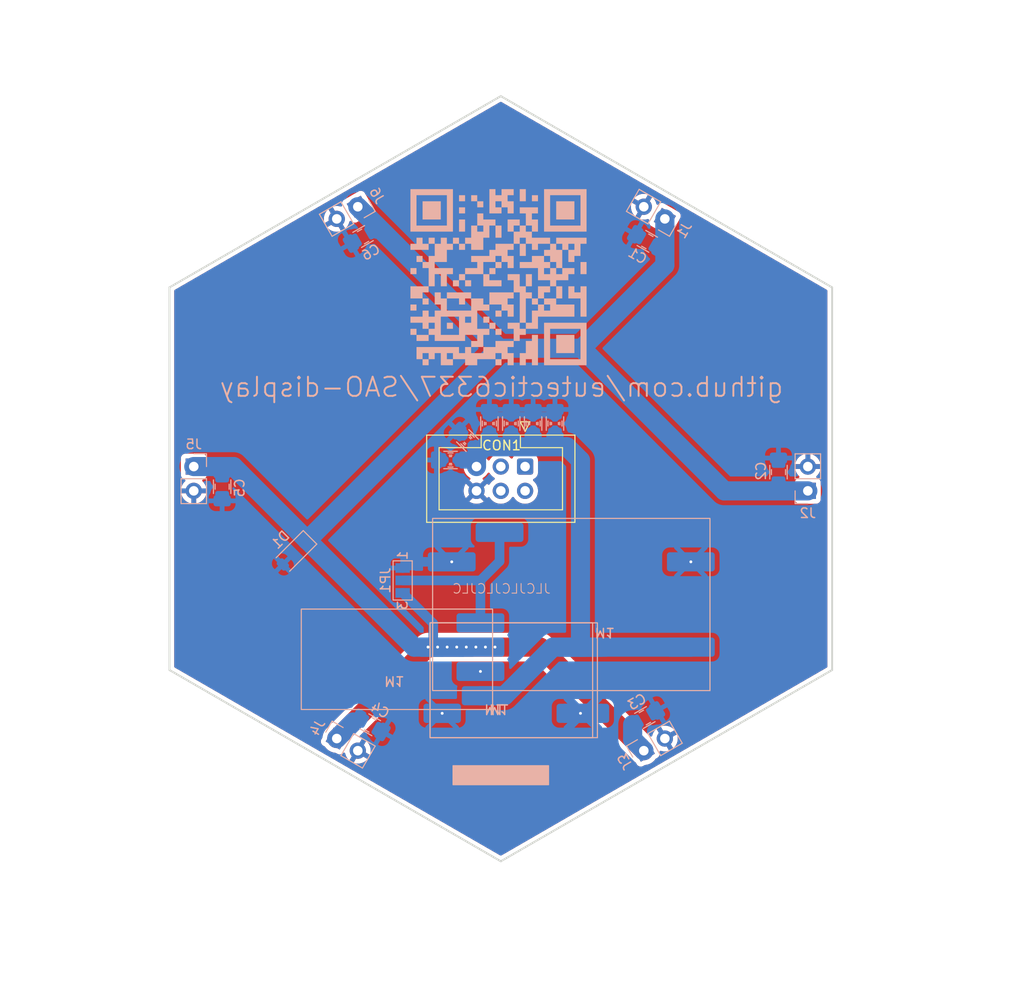
<source format=kicad_pcb>
(kicad_pcb (version 20241229) (generator "pcbnew") (generator_version "9.0")
  (layers (0 "F.Cu" signal) (2 "B.Cu" signal) (13 "F.Paste" user) (15 "B.Paste" user) (5 "F.SilkS" user "F.Silkscreen") (7 "B.SilkS" user "B.Silkscreen") (1 "F.Mask" user) (3 "B.Mask" user) (25 "Edge.Cuts" user))
  (net 0 "")
  (net 1 "GND")
  (net 2 "Vin")
  (net 3 "Vout")
  (net 4 "enable")
  (footprint "Connector_IDC:IDC-Header_2x03_P2.54mm_Vertical" (layer "F.Cu") (at 102.54 98.73 -90)
    (property "Reference" "CON1")
    (property "Value" "SAO v1.69bis badge")
  )
  (footprint "Capacitor_SMD:C_0402_1005Metric_Pad0.74x0.62mm_HandSolder" (layer "B.Cu") (at 101.092 94.234 90)
    (property "Reference" "C14" (hide yes))
    (property "Value" "10+uF")
  )
  (footprint "Capacitor_SMD:C_0603_1608Metric" (layer "B.Cu") (at 96.52 96.012 135)
    (property "Reference" "C11_0603" (hide yes))
    (property "Value" "C_0603_1608Metric" (hide yes))
  )
  (footprint "Capacitor_SMD:C_1206_3216Metric" (layer "B.Cu") (at 129.032 99.314 90)
    (property "Reference" "C1_1206" (hide yes))
    (property "Value" "C_1206_3216Metric" (hide yes))
  )
  (footprint "Capacitor_SMD:C_1206_3216Metric" (layer "B.Cu") (at 105.664 94.234 90)
    (property "Reference" "C11_1206" (hide yes))
    (property "Value" "C_1206_3216Metric" (hide yes))
  )
  (footprint "Capacitor_SMD:C_1206_3216Metric" (layer "B.Cu") (at 115.062 124.968 30)
    (property "Reference" "C1_1206" (hide yes))
    (property "Value" "C_1206_3216Metric" (hide yes))
  )
  (footprint "Capacitor_SMD:C_1206_3216Metric" (layer "B.Cu") (at 98.806 94.234 90)
    (property "Reference" "C11_1206" (hide yes))
    (property "Value" "C_1206_3216Metric" (hide yes))
  )
  (footprint "Capacitor_SMD:C_0805_2012Metric_Pad1.18x1.45mm_HandSolder" (layer "B.Cu") (at 85.598 74.676 -150)
    (property "Reference" "C6")
    (property "Value" "22+uF 50+V")
  )
  (footprint "Capacitor_SMD:C_0805_2012Metric" (layer "B.Cu") (at 105.664 94.234 90)
    (property "Reference" "C11_0805" (hide yes))
    (property "Value" "C_0805_2012Metric" (hide yes))
  )
  (footprint "Capacitor_SMD:C_0603_1608Metric" (layer "B.Cu") (at 101.092 94.234 90)
    (property "Reference" "C11_0603" (hide yes))
    (property "Value" "C_0603_1608Metric" (hide yes))
  )
  (footprint "Capacitor_SMD:C_1206_3216Metric" (layer "B.Cu") (at 85.598 74.676 -150)
    (property "Reference" "C1_1206" (hide yes))
    (property "Value" "C_1206_3216Metric" (hide yes))
  )
  (footprint "Capacitor_SMD:C_0603_1608Metric" (layer "B.Cu") (at 98.806 94.234 90)
    (property "Reference" "C11_0603" (hide yes))
    (property "Value" "C_0603_1608Metric" (hide yes))
  )
  (footprint "Capacitor_SMD:C_0805_2012Metric_Pad1.18x1.45mm_HandSolder" (layer "B.Cu") (at 70.866 100.838 -90)
    (property "Reference" "C5")
    (property "Value" "22+uF 50+V")
  )
  (footprint "Capacitor_SMD:C_0805_2012Metric" (layer "B.Cu") (at 98.806 94.234 90)
    (property "Reference" "C11_0805" (hide yes))
    (property "Value" "C_0805_2012Metric" (hide yes))
  )
  (footprint "Capacitor_SMD:C_1206_3216Metric" (layer "B.Cu") (at 86.36 125.73 -30)
    (property "Reference" "C1_1206" (hide yes))
    (property "Value" "C_1206_3216Metric" (hide yes))
  )
  (footprint "Capacitor_SMD:C_0805_2012Metric_Pad1.18x1.45mm_HandSolder" (layer "B.Cu") (at 86.36 125.73 -30)
    (property "Reference" "C4")
    (property "Value" "22+uF 50+V")
  )
  (footprint "Capacitor_SMD:C_1206_3216Metric" (layer "B.Cu") (at 103.378 94.234 90)
    (property "Reference" "C11_1206" (hide yes))
    (property "Value" "C_1206_3216Metric" (hide yes))
  )
  (footprint "Capacitor_SMD:C_1206_3216Metric" (layer "B.Cu") (at 70.866 100.838 -90)
    (property "Reference" "C1_1206" (hide yes))
    (property "Value" "C_1206_3216Metric" (hide yes))
  )
  (footprint "Capacitor_SMD:C_0402_1005Metric_Pad0.74x0.62mm_HandSolder" (layer "B.Cu") (at 96.52 96.012 135)
    (property "Reference" "C12" (hide yes))
    (property "Value" "10+uF")
  )
  (footprint "Capacitor_SMD:C_0402_1005Metric_Pad0.74x0.62mm_HandSolder" (layer "B.Cu") (at 105.664 94.234 90)
    (property "Reference" "C16" (hide yes))
    (property "Value" "10+uF")
  )
  (footprint "Capacitor_SMD:C_0805_2012Metric_Pad1.18x1.45mm_HandSolder" (layer "B.Cu") (at 115.062 124.968 30)
    (property "Reference" "C3")
    (property "Value" "22+uF 50+V")
  )
  (footprint "Capacitor_SMD:C_0603_1608Metric" (layer "B.Cu") (at 105.664 94.234 90)
    (property "Reference" "C11_0603" (hide yes))
    (property "Value" "C_0603_1608Metric" (hide yes))
  )
  (footprint "extra:AliExpress 3256806122258440" (layer "B.Cu") (at 93.870001 117.610002)
    (property "Reference" "M1")
    (property "Value" "AliExpress 3256806122258440")
  )
  (footprint "Connector_PinHeader_2.54mm:PinHeader_1x02_P2.54mm_Vertical" (layer "B.Cu") (at 132.101016 101.27)
    (property "Reference" "J2")
    (property "Value" "Conn_01x02")
  )
  (footprint "Jumper:SolderJumper-3_P1.3mm_Open_Pad1.0x1.5mm_NumberLabels" (layer "B.Cu") (at 89.738584 110.63553 -90)
    (property "Reference" "JP1")
    (property "Value" "SolderJumper_3_Open")
  )
  (footprint "Capacitor_SMD:C_0402_1005Metric_Pad0.74x0.62mm_HandSolder" (layer "B.Cu") (at 103.378 94.234 90)
    (property "Reference" "C15" (hide yes))
    (property "Value" "10+uF")
  )
  (footprint "extra:AliExpress 3256807183204284" (layer "B.Cu") (at 97.87 117.610002)
    (property "Reference" "M1")
    (property "Value" "AliExpress 3256807183204284")
  )
  (footprint "Capacitor_SMD:C_0603_1608Metric" (layer "B.Cu") (at 103.378 94.234 90)
    (property "Reference" "C11_0603" (hide yes))
    (property "Value" "C_0603_1608Metric" (hide yes))
  )
  (footprint "Capacitor_SMD:C_0603_1608Metric" (layer "B.Cu") (at 94.742 98.044 180)
    (property "Reference" "C11_0603" (hide yes))
    (property "Value" "C_0603_1608Metric" (hide yes))
  )
  (footprint "Connector_PinHeader_2.54mm:PinHeader_1x02_P2.54mm_Vertical" (layer "B.Cu") (at 114.950655 128.435294 -60)
    (property "Reference" "J3")
    (property "Value" "Conn_01x02")
  )
  (footprint "Connector_PinHeader_2.54mm:PinHeader_1x02_P2.54mm_Vertical" (layer "B.Cu") (at 82.849641 127.165294 -120)
    (property "Reference" "J4")
    (property "Value" "Conn_01x02")
  )
  (footprint "Capacitor_SMD:C_0805_2012Metric" (layer "B.Cu") (at 101.092 94.234 90)
    (property "Reference" "C11_0805" (hide yes))
    (property "Value" "C_0805_2012Metric" (hide yes))
  )
  (footprint "extra:AliExpress 3256806041034057" (layer "B.Cu") (at 93.870001 117.610002)
    (property "Reference" "M1")
    (property "Value" "AliExpress 3256806041034057")
  )
  (footprint "Capacitor_SMD:C_0402_1005Metric_Pad0.74x0.62mm_HandSolder" (layer "B.Cu") (at 94.742 98.044 180)
    (property "Reference" "C11" (hide yes))
    (property "Value" "10+uF")
  )
  (footprint "extra:AliExpress 3256801443409123 Mini560" (layer "B.Cu") (at 94.87 117.61)
    (property "Reference" "M1")
    (property "Value" "AliExpress 3256801443409123 Mini560")
  )
  (footprint "Connector_PinHeader_2.54mm:PinHeader_1x02_P2.54mm_Vertical" (layer "B.Cu") (at 117.15036 72.834706 60)
    (property "Reference" "J1")
    (property "Value" "Conn_01x02")
  )
  (footprint "Capacitor_SMD:C_0805_2012Metric" (layer "B.Cu") (at 94.742 98.044 180)
    (property "Reference" "C11_0805" (hide yes))
    (property "Value" "C_0805_2012Metric" (hide yes))
  )
  (footprint "Capacitor_SMD:C_1206_3216Metric" (layer "B.Cu") (at 115.316 75.184 150)
    (property "Reference" "C1_1206" (hide yes))
    (property "Value" "C_1206_3216Metric" (hide yes))
  )
  (footprint "Capacitor_SMD:C_0805_2012Metric" (layer "B.Cu") (at 96.52 96.012 135)
    (property "Reference" "C11_0805" (hide yes))
    (property "Value" "C_0805_2012Metric" (hide yes))
  )
  (footprint "Capacitor_SMD:C_0402_1005Metric_Pad0.74x0.62mm_HandSolder" (layer "B.Cu") (at 98.806 94.234 90)
    (property "Reference" "C13" (hide yes))
    (property "Value" "10+uF")
  )
  (footprint "Capacitor_SMD:C_1206_3216Metric" (layer "B.Cu") (at 96.52 96.012 135)
    (property "Reference" "C11_1206" (hide yes))
    (property "Value" "C_1206_3216Metric" (hide yes))
  )
  (footprint "Capacitor_SMD:C_0805_2012Metric_Pad1.18x1.45mm_HandSolder" (layer "B.Cu") (at 129.032 99.314 90)
    (property "Reference" "C2")
    (property "Value" "22+uF 50+V")
  )
  (footprint "Connector_PinHeader_2.54mm:PinHeader_1x02_P2.54mm_Vertical" (layer "B.Cu") (at 85.049346 71.564706 120)
    (property "Reference" "J6")
    (property "Value" "Conn_01x02")
  )
  (footprint "Connector_PinHeader_2.54mm:PinHeader_1x02_P2.54mm_Vertical" (layer "B.Cu") (at 67.898984 98.73 180)
    (property "Reference" "J5")
    (property "Value" "Conn_01x02")
  )
  (footprint "Capacitor_SMD:C_1206_3216Metric" (layer "B.Cu") (at 101.092 94.234 90)
    (property "Reference" "C11_1206" (hide yes))
    (property "Value" "C_1206_3216Metric" (hide yes))
  )
  (footprint "Diode_SMD:D_SOD-123" (layer "B.Cu") (at 78.382726 107.799274 -135)
    (property "Reference" "D1")
    (property "Value" "20V")
  )
  (footprint "Capacitor_SMD:C_1206_3216Metric" (layer "B.Cu") (at 94.742 98.044 180)
    (property "Reference" "C11_1206" (hide yes))
    (property "Value" "C_1206_3216Metric" (hide yes))
  )
  (footprint "Capacitor_SMD:C_0805_2012Metric_Pad1.18x1.45mm_HandSolder" (layer "B.Cu") (at 115.316 75.184 150)
    (property "Reference" "C1")
    (property "Value" "22+uF 25+V")
  )
  (footprint "Capacitor_SMD:C_0805_2012Metric" (layer "B.Cu") (at 103.378 94.234 90)
    (property "Reference" "C11_0805" (hide yes))
    (property "Value" "C_0805_2012Metric" (hide yes))
  )
  (gr_poly (pts (xy 103.250999 85.597999) (xy 102.615999 85.597999) (xy 102.615999 86.232999) (xy 102.615999 86.867999) (xy 101.981 86.867999) (xy 101.981 87.502999) (xy 101.981 88.137999) (xy 102.615999 88.137999) (xy 102.615999 87.502999) (xy 103.250999 87.502999) (xy 103.250999 88.137999) (xy 103.885999 88.137999) (xy 103.885999 87.502999) (xy 103.885999 86.867999) (xy 103.885999 86.232999) (xy 103.885999 85.597999) (xy 103.885999 84.962999) (xy 103.250999 84.962999)) (stroke (width -0.000001)) (fill yes) (layer "B.SilkS"))
  (gr_poly (pts (xy 108.330999 80.518) (xy 107.695999 80.518) (xy 107.695999 79.882999) (xy 107.060999 79.882999) (xy 107.060999 80.518) (xy 107.060999 81.152999) (xy 107.695999 81.152999) (xy 108.330999 81.152999) (xy 108.330999 81.788) (xy 108.330999 82.422999) (xy 108.330999 83.058) (xy 108.965999 83.058) (xy 108.965999 82.422999) (xy 108.965999 81.788) (xy 108.965999 81.152999) (xy 108.965999 80.518) (xy 108.965999 79.882999) (xy 108.330999 79.882999)) (stroke (width -0.000001)) (fill yes) (layer "B.SilkS"))
  (gr_poly (pts (xy 91.821 71.628) (xy 91.821 72.263) (xy 91.821 72.898) (xy 92.456 72.898) (xy 93.091 72.898) (xy 93.726 72.898) (xy 93.726 72.263) (xy 93.726 71.628) (xy 93.726 70.993) (xy 93.091 70.993) (xy 92.456 70.993) (xy 91.821 70.993)) (stroke (width -0.000001)) (fill yes) (layer "B.SilkS"))
  (gr_poly (pts (xy 103.250999 70.993) (xy 103.885999 70.993) (xy 103.885999 70.358) (xy 103.250999 70.358)) (stroke (width -0.000001)) (fill yes) (layer "B.SilkS"))
  (gr_poly (pts (xy 99.441 84.962999) (xy 100.076 84.962999) (xy 100.076 84.327999) (xy 99.441 84.327999)) (stroke (width -0.000001)) (fill yes) (layer "B.SilkS"))
  (gr_poly (pts (xy 91.186 75.438) (xy 90.551 75.438) (xy 90.551 76.073) (xy 91.186 76.073) (xy 91.821 76.073) (xy 92.456 76.073) (xy 92.456 75.438) (xy 91.821 75.438) (xy 91.821 74.803) (xy 91.186 74.803)) (stroke (width -0.000001)) (fill yes) (layer "B.SilkS"))
  (gr_poly (pts (xy 98.806 84.327999) (xy 99.441 84.327999) (xy 99.441 83.692999) (xy 98.806 83.692999)) (stroke (width -0.000001)) (fill yes) (layer "B.SilkS"))
  (gr_poly (pts (xy 94.996 79.882999) (xy 95.630999 79.882999) (xy 95.630999 79.247999) (xy 94.996 79.247999)) (stroke (width -0.000001)) (fill yes) (layer "B.SilkS"))
  (gr_poly (pts (xy 96.900999 70.993) (xy 97.536 70.993) (xy 97.536 70.358) (xy 96.900999 70.358)) (stroke (width -0.000001)) (fill yes) (layer "B.SilkS"))
  (gr_poly (pts (xy 90.551 84.962999) (xy 91.186 84.962999) (xy 91.186 84.327999) (xy 90.551 84.327999)) (stroke (width -0.000001)) (fill yes) (layer "B.SilkS"))
  (gr_poly (pts (xy 94.361 81.152999) (xy 94.996 81.152999) (xy 95.630999 81.152999) (xy 95.630999 81.788) (xy 96.266 81.788) (xy 96.266 81.152999) (xy 96.900999 81.152999) (xy 96.900999 80.518) (xy 96.266 80.518) (xy 95.630999 80.518) (xy 94.996 80.518) (xy 94.361 80.518)) (stroke (width -0.000001)) (fill yes) (layer "B.SilkS"))
  (gr_poly (pts (xy 98.170999 79.247999) (xy 98.170999 79.882999) (xy 98.806 79.882999) (xy 99.441 79.882999) (xy 100.076 79.882999) (xy 100.076 79.247999) (xy 99.441 79.247999) (xy 98.806 79.247999) (xy 98.806 78.612999) (xy 98.170999 78.612999)) (stroke (width -0.000001)) (fill yes) (layer "B.SilkS"))
  (gr_poly (pts (xy 95.630999 76.073) (xy 96.266 76.073) (xy 96.266 75.438) (xy 95.630999 75.438)) (stroke (width -0.000001)) (fill yes) (layer "B.SilkS"))
  (gr_poly (pts (xy 91.186 85.597999) (xy 91.821 85.597999) (xy 92.456 85.597999) (xy 92.456 84.962999) (xy 91.821 84.962999) (xy 91.186 84.962999)) (stroke (width -0.000001)) (fill yes) (layer "B.SilkS"))
  (gr_poly (pts (xy 103.885999 80.518) (xy 103.885999 81.152999) (xy 104.520999 81.152999) (xy 104.520999 80.518) (xy 105.155999 80.518) (xy 105.155999 79.882999) (xy 104.520999 79.882999) (xy 103.885999 79.882999)) (stroke (width -0.000001)) (fill yes) (layer "B.SilkS"))
  (gr_poly (pts (xy 96.266 79.882999) (xy 96.900999 79.882999) (xy 96.900999 79.247999) (xy 96.266 79.247999)) (stroke (width -0.000001)) (fill yes) (layer "B.SilkS"))
  (gr_poly (pts (xy 93.091 81.152999) (xy 93.091 81.788) (xy 93.726 81.788) (xy 93.726 82.422999) (xy 93.091 82.422999) (xy 93.091 83.058) (xy 92.456 83.058) (xy 92.456 82.422999) (xy 91.821 82.422999) (xy 91.821 83.058) (xy 91.186 83.058) (xy 90.551 83.058) (xy 90.551 83.692999) (xy 91.186 83.692999) (xy 91.821 83.692999) (xy 91.821 84.327999) (xy 92.456 84.327999) (xy 92.456 83.692999) (xy 93.091 83.692999) (xy 93.091 84.327999) (xy 92.456 84.327999) (xy 92.456 84.962999) (xy 93.091 84.962999) (xy 93.091 85.597999) (xy 93.726 85.597999) (xy 94.361 85.597999) (xy 94.996 85.597999) (xy 95.630999 85.597999) (xy 96.266 85.597999) (xy 96.266 84.962999) (xy 96.900999 84.962999) (xy 97.536 84.962999) (xy 97.536 85.597999) (xy 96.900999 85.597999) (xy 96.900999 86.232999) (xy 97.536 86.232999) (xy 98.170999 86.232999) (xy 98.170999 85.597999) (xy 98.170999 84.962999) (xy 98.806 84.962999) (xy 98.806 84.327999) (xy 98.170999 84.327999) (xy 97.536 84.327999) (xy 97.536 83.692999) (xy 96.900999 83.692999) (xy 96.266 83.692999) (xy 95.630999 83.692999) (xy 95.630999 84.327999) (xy 95.630999 84.962999) (xy 94.996 84.962999) (xy 94.361 84.962999) (xy 93.726 84.962999) (xy 93.726 84.327999) (xy 93.726 83.692999) (xy 93.726 83.058) (xy 94.361 83.058) (xy 94.996 83.058) (xy 95.630999 83.058) (xy 95.630999 83.692999) (xy 96.266 83.692999) (xy 96.266 83.058) (xy 96.900999 83.058) (xy 96.900999 83.692999) (xy 97.536 83.692999) (xy 97.536 83.058) (xy 97.536 82.422999) (xy 98.170999 82.422999) (xy 98.806 82.422999) (xy 98.806 81.788) (xy 98.170999 81.788) (xy 98.170999 81.152999) (xy 97.536 81.152999) (xy 96.900999 81.152999) (xy 96.900999 81.788) (xy 96.900999 82.422999) (xy 96.266 82.422999) (xy 95.630999 82.422999) (xy 94.996 82.422999) (xy 94.361 82.422999) (xy 94.361 81.788) (xy 94.361 81.152999) (xy 93.726 81.152999) (xy 93.726 80.518) (xy 93.091 80.518)) (stroke (width -0.000001)) (fill yes) (layer "B.SilkS"))
  (gr_poly (pts (xy 100.711 84.327999) (xy 101.346 84.327999) (xy 101.346 84.962999) (xy 101.346 85.597999) (xy 101.981 85.597999) (xy 101.981 84.962999) (xy 102.615999 84.962999) (xy 102.615999 84.327999) (xy 101.981 84.327999) (xy 101.981 83.692999) (xy 101.346 83.692999) (xy 100.711 83.692999)) (stroke (width -0.000001)) (fill yes) (layer "B.SilkS"))
  (gr_poly (pts (xy 95.630999 73.533) (xy 95.630999 74.168) (xy 96.266 74.168) (xy 96.266 73.533) (xy 96.266 72.898) (xy 95.630999 72.898)) (stroke (width -0.000001)) (fill yes) (layer "B.SilkS"))
  (gr_poly (pts (xy 91.821 81.788) (xy 92.456 81.788) (xy 92.456 81.152999) (xy 91.821 81.152999)) (stroke (width -0.000001)) (fill yes) (layer "B.SilkS"))
  (gr_poly (pts (xy 90.551 82.422999) (xy 91.186 82.422999) (xy 91.186 81.788) (xy 90.551 81.788)) (stroke (width -0.000001)) (fill yes) (layer "B.SilkS"))
  (gr_poly (pts (xy 90.551 70.358) (xy 90.551 70.993) (xy 90.551 71.628) (xy 90.551 72.263) (xy 90.551 72.898) (xy 90.551 73.533) (xy 90.551 74.168) (xy 91.186 74.168) (xy 91.821 74.168) (xy 92.456 74.168) (xy 93.091 74.168) (xy 93.726 74.168) (xy 94.361 74.168) (xy 94.996 74.168) (xy 94.996 73.533) (xy 94.996 72.898) (xy 94.996 72.263) (xy 94.996 71.628) (xy 94.996 70.993) (xy 94.361 70.993) (xy 94.361 71.628) (xy 94.361 72.263) (xy 94.361 72.898) (xy 94.361 73.533) (xy 93.726 73.533) (xy 93.091 73.533) (xy 92.456 73.533) (xy 91.821 73.533) (xy 91.186 73.533) (xy 91.186 72.898) (xy 91.186 72.263) (xy 91.186 71.628) (xy 91.186 70.993) (xy 91.186 70.358) (xy 91.821 70.358) (xy 92.456 70.358) (xy 93.091 70.358) (xy 93.726 70.358) (xy 94.361 70.358) (xy 94.361 70.993) (xy 94.996 70.993) (xy 94.996 70.358) (xy 94.996 69.723) (xy 94.361 69.723) (xy 93.726 69.723) (xy 93.091 69.723) (xy 92.456 69.723) (xy 91.821 69.723) (xy 91.186 69.723) (xy 90.551 69.723)) (stroke (width -0.000001)) (fill yes) (layer "B.SilkS"))
  (gr_poly (pts (xy 93.726 75.438) (xy 93.091 75.438) (xy 93.091 76.073) (xy 93.091 76.707999) (xy 92.456 76.707999) (xy 92.456 77.342999) (xy 91.821 77.342999) (xy 91.821 77.977999) (xy 92.456 77.977999) (xy 92.456 78.612999) (xy 92.456 79.247999) (xy 92.456 79.882999) (xy 93.091 79.882999) (xy 93.091 79.247999) (xy 93.091 78.612999) (xy 93.726 78.612999) (xy 93.726 79.247999) (xy 93.726 79.882999) (xy 94.361 79.882999) (xy 94.361 79.247999) (xy 94.361 78.612999) (xy 94.996 78.612999) (xy 94.996 77.977999) (xy 94.361 77.977999) (xy 93.726 77.977999) (xy 93.091 77.977999) (xy 93.091 77.342999) (xy 93.726 77.342999) (xy 94.361 77.342999) (xy 94.361 76.707999) (xy 94.361 76.073) (xy 94.996 76.073) (xy 94.996 75.438) (xy 94.361 75.438) (xy 94.361 74.803) (xy 93.726 74.803)) (stroke (width -0.000001)) (fill yes) (layer "B.SilkS"))
  (gr_poly (pts (xy 97.536 72.898) (xy 97.536 73.533) (xy 98.170999 73.533) (xy 98.170999 74.168) (xy 97.536 74.168) (xy 97.536 73.533) (xy 96.900999 73.533) (xy 96.900999 74.168) (xy 96.900999 74.803) (xy 96.266 74.803) (xy 96.266 75.438) (xy 96.900999 75.438) (xy 96.900999 76.073) (xy 97.536 76.073) (xy 98.170999 76.073) (xy 98.170999 75.438) (xy 98.170999 74.803) (xy 98.806 74.803) (xy 98.806 74.168) (xy 98.806 73.533) (xy 99.441 73.533) (xy 99.441 72.898) (xy 98.806 72.898) (xy 98.170999 72.898) (xy 98.170999 72.263) (xy 97.536 72.263)) (stroke (width -0.000001)) (fill yes) (layer "B.SilkS"))
  (gr_poly (pts (xy 99.441 74.168) (xy 99.441 74.803) (xy 100.076 74.803) (xy 100.076 74.168) (xy 100.076 73.533) (xy 99.441 73.533)) (stroke (width -0.000001)) (fill yes) (layer "B.SilkS"))
  (gr_poly (pts (xy 101.981 76.073) (xy 101.981 76.707999) (xy 102.615999 76.707999) (xy 102.615999 76.073) (xy 102.615999 75.438) (xy 101.981 75.438)) (stroke (width -0.000001)) (fill yes) (layer "B.SilkS"))
  (gr_poly (pts (xy 90.551 78.612999) (xy 91.186 78.612999) (xy 91.186 77.977999) (xy 90.551 77.977999)) (stroke (width -0.000001)) (fill yes) (layer "B.SilkS"))
  (gr_poly (pts (xy 91.186 77.342999) (xy 91.821 77.342999) (xy 91.821 76.707999) (xy 91.186 76.707999)) (stroke (width -0.000001)) (fill yes) (layer "B.SilkS"))
  (gr_poly (pts (xy 99.441 83.058) (xy 100.076 83.058) (xy 100.076 82.422999) (xy 99.441 82.422999)) (stroke (width -0.000001)) (fill yes) (layer "B.SilkS"))
  (gr_poly (pts (xy 101.981 70.358) (xy 101.981 70.993) (xy 102.615999 70.993) (xy 102.615999 70.358) (xy 102.615999 69.723) (xy 101.981 69.723)) (stroke (width -0.000001)) (fill yes) (layer "B.SilkS"))
  (gr_poly (pts (xy 105.790999 71.628) (xy 105.790999 72.263) (xy 105.790999 72.898) (xy 106.425999 72.898) (xy 107.060999 72.898) (xy 107.695999 72.898) (xy 107.695999 72.263) (xy 107.695999 71.628) (xy 107.695999 70.993) (xy 107.060999 70.993) (xy 106.425999 70.993) (xy 105.790999 70.993)) (stroke (width -0.000001)) (fill yes) (layer "B.SilkS"))
  (gr_poly (pts (xy 100.711 79.247999) (xy 101.346 79.247999) (xy 101.346 79.882999) (xy 101.346 80.518) (xy 101.981 80.518) (xy 101.981 81.152999) (xy 101.981 81.788) (xy 101.981 82.422999) (xy 101.981 83.058) (xy 101.981 83.692999) (xy 102.615999 83.692999) (xy 102.615999 83.058) (xy 102.615999 82.422999) (xy 102.615999 81.788) (xy 102.615999 81.152999) (xy 103.250999 81.152999) (xy 103.250999 80.518) (xy 102.615999 80.518) (xy 102.615999 79.882999) (xy 101.981 79.882999) (xy 101.981 79.247999) (xy 101.981 78.612999) (xy 101.346 78.612999) (xy 100.711 78.612999)) (stroke (width -0.000001)) (fill yes) (layer "B.SilkS"))
  (gr_poly (pts (xy 104.520999 81.788) (xy 105.155999 81.788) (xy 105.155999 82.422999) (xy 104.520999 82.422999) (xy 104.520999 81.788) (xy 103.885999 81.788) (xy 103.885999 82.422999) (xy 103.250999 82.422999) (xy 103.250999 83.058) (xy 103.250999 83.692999) (xy 102.615999 83.692999) (xy 102.615999 84.327999) (xy 103.250999 84.327999) (xy 103.885999 84.327999) (xy 103.885999 83.692999) (xy 103.885999 83.058) (xy 104.520999 83.058) (xy 105.155999 83.058) (xy 105.790999 83.058) (xy 106.425999 83.058) (xy 107.060999 83.058) (xy 107.695999 83.058) (xy 107.695999 82.422999) (xy 107.695999 81.788) (xy 107.060999 81.788) (xy 106.425999 81.788) (xy 105.790999 81.788) (xy 105.790999 81.152999) (xy 105.155999 81.152999) (xy 104.520999 81.152999)) (stroke (width -0.000001)) (fill yes) (layer "B.SilkS"))
  (gr_poly (pts (xy 97.536 71.628) (xy 98.170999 71.628) (xy 98.170999 70.993) (xy 97.536 70.993)) (stroke (width -0.000001)) (fill yes) (layer "B.SilkS"))
  (gr_poly (pts (xy 104.520999 70.358) (xy 104.520999 70.993) (xy 104.520999 71.628) (xy 104.520999 72.263) (xy 104.520999 72.898) (xy 104.520999 73.533) (xy 104.520999 74.168) (xy 105.155999 74.168) (xy 105.790999 74.168) (xy 106.425999 74.168) (xy 107.060999 74.168) (xy 107.695999 74.168) (xy 108.330999 74.168) (xy 108.965999 74.168) (xy 108.965999 73.533) (xy 108.965999 72.898) (xy 108.965999 72.263) (xy 108.965999 71.628) (xy 108.965999 70.993) (xy 108.330999 70.993) (xy 108.330999 71.628) (xy 108.330999 72.263) (xy 108.330999 72.898) (xy 108.330999 73.533) (xy 107.695999 73.533) (xy 107.060999 73.533) (xy 106.425999 73.533) (xy 105.790999 73.533) (xy 105.155999 73.533) (xy 105.155999 72.898) (xy 105.155999 72.263) (xy 105.155999 71.628) (xy 105.155999 70.993) (xy 105.155999 70.358) (xy 105.790999 70.358) (xy 106.425999 70.358) (xy 107.060999 70.358) (xy 107.695999 70.358) (xy 108.330999 70.358) (xy 108.330999 70.993) (xy 108.965999 70.993) (xy 108.965999 70.358) (xy 108.965999 69.723) (xy 108.330999 69.723) (xy 107.695999 69.723) (xy 107.060999 69.723) (xy 106.425999 69.723) (xy 105.790999 69.723) (xy 105.155999 69.723) (xy 104.520999 69.723)) (stroke (width -0.000001)) (fill yes) (layer "B.SilkS"))
  (gr_poly (pts (xy 98.806 81.152999) (xy 98.806 81.788) (xy 99.441 81.788) (xy 100.076 81.788) (xy 100.076 82.422999) (xy 100.711 82.422999) (xy 100.711 83.058) (xy 101.346 83.058) (xy 101.346 82.422999) (xy 101.346 81.788) (xy 100.711 81.788) (xy 100.711 81.152999) (xy 101.346 81.152999) (xy 101.346 80.518) (xy 100.711 80.518) (xy 100.076 80.518) (xy 99.441 80.518) (xy 98.806 80.518)) (stroke (width -0.000001)) (fill yes) (layer "B.SilkS"))
  (gr_poly (pts (xy 105.790999 75.438) (xy 106.425999 75.438) (xy 106.425999 76.073) (xy 107.060999 76.073) (xy 107.060999 75.438) (xy 107.695999 75.438) (xy 107.695999 76.073) (xy 107.060999 76.073) (xy 107.060999 76.707999) (xy 107.060999 77.342999) (xy 107.695999 77.342999) (xy 107.695999 76.707999) (xy 108.330999 76.707999) (xy 108.330999 76.073) (xy 108.330999 75.438) (xy 108.965999 75.438) (xy 108.965999 74.803) (xy 108.330999 74.803) (xy 107.695999 74.803) (xy 107.060999 74.803) (xy 106.425999 74.803) (xy 105.790999 74.803)) (stroke (width -0.000001)) (fill yes) (layer "B.SilkS"))
  (gr_poly (pts (xy 101.981 74.168) (xy 101.346 74.168) (xy 101.346 74.803) (xy 101.346 75.438) (xy 101.981 75.438) (xy 101.981 74.803) (xy 102.615999 74.803) (xy 102.615999 75.438) (xy 103.250999 75.438) (xy 103.250999 76.073) (xy 103.885999 76.073) (xy 103.885999 75.438) (xy 104.520999 75.438) (xy 105.155999 75.438) (xy 105.155999 74.803) (xy 104.520999 74.803) (xy 103.885999 74.803) (xy 103.250999 74.803) (xy 103.250999 74.168) (xy 102.615999 74.168) (xy 102.615999 73.533) (xy 101.981 73.533)) (stroke (width -0.000001)) (fill yes) (layer "B.SilkS"))
  (gr_poly (pts (xy 104.520999 84.327999) (xy 104.520999 84.962999) (xy 104.520999 85.597999) (xy 104.520999 86.232999) (xy 104.520999 86.867999) (xy 104.520999 87.502999) (xy 104.520999 88.137999) (xy 105.155999 88.137999) (xy 105.790999 88.137999) (xy 106.425999 88.137999) (xy 107.060999 88.137999) (xy 107.695999 88.137999) (xy 108.330999 88.137999) (xy 108.965999 88.137999) (xy 108.965999 87.502999) (xy 108.965999 86.867999) (xy 108.965999 86.232999) (xy 108.965999 85.597999) (xy 108.965999 84.962999) (xy 108.330999 84.962999) (xy 108.330999 85.597999) (xy 108.330999 86.232999) (xy 108.330999 86.867999) (xy 108.330999 87.502999) (xy 107.695999 87.502999) (xy 107.060999 87.502999) (xy 106.425999 87.502999) (xy 105.790999 87.502999) (xy 105.155999 87.502999) (xy 105.155999 86.867999) (xy 105.155999 86.232999) (xy 105.155999 85.597999) (xy 105.155999 84.962999) (xy 105.155999 84.327999) (xy 105.790999 84.327999) (xy 106.425999 84.327999) (xy 107.060999 84.327999) (xy 107.695999 84.327999) (xy 108.330999 84.327999) (xy 108.330999 84.962999) (xy 108.965999 84.962999) (xy 108.965999 84.327999) (xy 108.965999 83.692999) (xy 108.330999 83.692999) (xy 107.695999 83.692999) (xy 107.060999 83.692999) (xy 106.425999 83.692999) (xy 105.790999 83.692999) (xy 105.155999 83.692999) (xy 104.520999 83.692999)) (stroke (width -0.000001)) (fill yes) (layer "B.SilkS"))
  (gr_poly (pts (xy 99.441 76.073) (xy 98.806 76.073) (xy 98.806 76.707999) (xy 98.170999 76.707999) (xy 97.536 76.707999) (xy 96.900999 76.707999) (xy 96.900999 77.342999) (xy 97.536 77.342999) (xy 97.536 77.977999) (xy 96.900999 77.977999) (xy 96.266 77.977999) (xy 96.266 78.612999) (xy 96.900999 78.612999) (xy 97.536 78.612999) (xy 98.170999 78.612999) (xy 98.170999 77.977999) (xy 98.170999 77.342999) (xy 98.806 77.342999) (xy 99.441 77.342999) (xy 99.441 76.707999) (xy 100.076 76.707999) (xy 100.076 77.342999) (xy 100.711 77.342999) (xy 100.711 77.977999) (xy 101.346 77.977999) (xy 101.346 77.342999) (xy 101.346 76.707999) (xy 100.711 76.707999) (xy 100.711 76.073) (xy 101.346 76.073) (xy 101.346 75.438) (xy 100.711 75.438) (xy 100.076 75.438) (xy 99.441 75.438)) (stroke (width -0.000001)) (fill yes) (layer "B.SilkS"))
  (gr_poly (pts (xy 105.790999 80.518) (xy 105.790999 81.152999) (xy 106.425999 81.152999) (xy 106.425999 80.518) (xy 106.425999 79.882999) (xy 105.790999 79.882999)) (stroke (width -0.000001)) (fill yes) (layer "B.SilkS"))
  (gr_poly (pts (xy 105.790999 85.597999) (xy 105.790999 86.232999) (xy 105.790999 86.867999) (xy 106.425999 86.867999) (xy 107.060999 86.867999) (xy 107.695999 86.867999) (xy 107.695999 86.232999) (xy 107.695999 85.597999) (xy 107.695999 84.962999) (xy 107.060999 84.962999) (xy 106.425999 84.962999) (xy 105.790999 84.962999)) (stroke (width -0.000001)) (fill yes) (layer "B.SilkS"))
  (gr_poly (pts (xy 101.981 72.263) (xy 102.615999 72.263) (xy 102.615999 72.898) (xy 102.615999 73.533) (xy 103.250999 73.533) (xy 103.250999 74.168) (xy 103.885999 74.168) (xy 103.885999 73.533) (xy 103.885999 72.898) (xy 103.250999 72.898) (xy 103.250999 72.263) (xy 103.885999 72.263) (xy 103.885999 71.628) (xy 103.250999 71.628) (xy 102.615999 71.628) (xy 101.981 71.628)) (stroke (width -0.000001)) (fill yes) (layer "B.SilkS"))
  (gr_poly (pts (xy 102.615999 79.247999) (xy 102.615999 79.882999) (xy 103.250999 79.882999) (xy 103.250999 79.247999) (xy 103.250999 78.612999) (xy 102.615999 78.612999)) (stroke (width -0.000001)) (fill yes) (layer "B.SilkS"))
  (gr_poly (pts (xy 99.441 88.137999) (xy 100.076 88.137999) (xy 100.076 87.502999) (xy 99.441 87.502999)) (stroke (width -0.000001)) (fill yes) (layer "B.SilkS"))
  (gr_poly (pts (xy 99.441 77.977999) (xy 100.076 77.977999) (xy 100.076 77.342999) (xy 99.441 77.342999)) (stroke (width -0.000001)) (fill yes) (layer "B.SilkS"))
  (gr_poly (pts (xy 100.711 73.533) (xy 100.711 74.168) (xy 101.346 74.168) (xy 101.346 73.533) (xy 101.981 73.533) (xy 101.981 72.898) (xy 101.346 72.898) (xy 100.711 72.898)) (stroke (width -0.000001)) (fill yes) (layer "B.SilkS"))
  (gr_poly (pts (xy 90.551 80.518) (xy 90.551 81.152999) (xy 91.186 81.152999) (xy 91.821 81.152999) (xy 91.821 80.518) (xy 92.456 80.518) (xy 92.456 79.882999) (xy 91.821 79.882999) (xy 91.186 79.882999) (xy 90.551 79.882999)) (stroke (width -0.000001)) (fill yes) (layer "B.SilkS"))
  (gr_rect (start 95 130) (end 105 132) (stroke (width 0.1)) (fill yes) (layer "B.SilkS"))
  (gr_poly (pts (xy 99.441 86.232999) (xy 98.806 86.232999) (xy 98.170999 86.232999) (xy 98.170999 86.867999) (xy 97.536 86.867999) (xy 96.900999 86.867999) (xy 96.900999 86.232999) (xy 96.266 86.232999) (xy 96.266 86.867999) (xy 95.630999 86.867999) (xy 95.630999 86.232999) (xy 94.996 86.232999) (xy 94.361 86.232999) (xy 93.726 86.232999) (xy 93.091 86.232999) (xy 92.456 86.232999) (xy 91.821 86.232999) (xy 91.186 86.232999) (xy 91.186 86.867999) (xy 91.186 87.502999) (xy 91.821 87.502999) (xy 91.821 86.867999) (xy 92.456 86.867999) (xy 92.456 87.502999) (xy 93.091 87.502999) (xy 93.091 86.867999) (xy 93.726 86.867999) (xy 93.726 87.502999) (xy 93.726 88.137999) (xy 94.361 88.137999) (xy 94.996 88.137999) (xy 94.996 87.502999) (xy 94.361 87.502999) (xy 94.361 86.867999) (xy 94.996 86.867999) (xy 94.996 87.502999) (xy 95.630999 87.502999) (xy 96.266 87.502999) (xy 96.266 88.137999) (xy 96.900999 88.137999) (xy 97.536 88.137999) (xy 97.536 87.502999) (xy 98.170999 87.502999) (xy 98.806 87.502999) (xy 99.441 87.502999) (xy 99.441 86.867999) (xy 100.076 86.867999) (xy 100.076 87.502999) (xy 100.711 87.502999) (xy 100.711 88.137999) (xy 101.346 88.137999) (xy 101.346 87.502999) (xy 101.346 86.867999) (xy 100.711 86.867999) (xy 100.711 86.232999) (xy 101.346 86.232999) (xy 101.346 85.597999) (xy 100.711 85.597999) (xy 100.076 85.597999) (xy 99.441 85.597999)) (stroke (width -0.000001)) (fill yes) (layer "B.SilkS"))
  (gr_poly (pts (xy 103.250999 77.342999) (xy 102.615999 77.342999) (xy 101.981 77.342999) (xy 101.981 77.977999) (xy 102.615999 77.977999) (xy 103.250999 77.977999) (xy 103.885999 77.977999) (xy 103.885999 78.612999) (xy 103.885999 79.247999) (xy 104.520999 79.247999) (xy 105.155999 79.247999) (xy 105.155999 79.882999) (xy 105.790999 79.882999) (xy 105.790999 79.247999) (xy 106.425999 79.247999) (xy 107.060999 79.247999) (xy 107.060999 78.612999) (xy 107.695999 78.612999) (xy 107.695999 77.977999) (xy 107.060999 77.977999) (xy 106.425999 77.977999) (xy 106.425999 78.612999) (xy 105.790999 78.612999) (xy 105.790999 77.977999) (xy 105.155999 77.977999) (xy 105.155999 78.612999) (xy 104.520999 78.612999) (xy 104.520999 77.977999) (xy 105.155999 77.977999) (xy 105.155999 77.342999) (xy 104.520999 77.342999) (xy 104.520999 76.707999) (xy 103.885999 76.707999) (xy 103.250999 76.707999)) (stroke (width -0.000001)) (fill yes) (layer "B.SilkS"))
  (gr_poly (pts (xy 100.076 70.358) (xy 99.441 70.358) (xy 99.441 69.723) (xy 98.806 69.723) (xy 98.806 70.358) (xy 98.806 70.993) (xy 98.806 71.628) (xy 98.806 72.263) (xy 99.441 72.263) (xy 100.076 72.263) (xy 100.076 71.628) (xy 99.441 71.628) (xy 99.441 70.993) (xy 100.076 70.993) (xy 100.076 71.628) (xy 100.711 71.628) (xy 100.711 72.263) (xy 101.346 72.263) (xy 101.346 71.628) (xy 101.346 70.993) (xy 100.711 70.993) (xy 100.711 70.358) (xy 101.346 70.358) (xy 101.346 69.723) (xy 100.711 69.723) (xy 100.076 69.723)) (stroke (width -0.000001)) (fill yes) (layer "B.SilkS"))
  (gr_poly (pts (xy 105.155999 76.073) (xy 104.520999 76.073) (xy 104.520999 76.707999) (xy 105.155999 76.707999) (xy 105.155999 77.342999) (xy 105.790999 77.342999) (xy 105.790999 77.977999) (xy 106.425999 77.977999) (xy 106.425999 77.342999) (xy 106.425999 76.707999) (xy 106.425999 76.073) (xy 105.790999 76.073) (xy 105.790999 75.438) (xy 105.155999 75.438)) (stroke (width -0.000001)) (fill yes) (layer "B.SilkS"))
  (gr_poly (pts (xy 98.806 78.612999) (xy 99.441 78.612999) (xy 99.441 77.977999) (xy 98.806 77.977999)) (stroke (width -0.000001)) (fill yes) (layer "B.SilkS"))
  (gr_poly (pts (xy 103.250999 81.788) (xy 103.885999 81.788) (xy 103.885999 81.152999) (xy 103.250999 81.152999)) (stroke (width -0.000001)) (fill yes) (layer "B.SilkS"))
  (gr_poly (pts (xy 108.330999 77.977999) (xy 108.330999 78.612999) (xy 108.965999 78.612999) (xy 108.965999 77.977999) (xy 108.965999 77.342999) (xy 108.330999 77.342999)) (stroke (width -0.000001)) (fill yes) (layer "B.SilkS"))
  (gr_poly (pts (xy 95.630999 79.247999) (xy 96.266 79.247999) (xy 96.266 78.612999) (xy 95.630999 78.612999)) (stroke (width -0.000001)) (fill yes) (layer "B.SilkS"))
  (gr_poly (pts (xy 95.630999 72.263) (xy 96.266 72.263) (xy 96.266 71.628) (xy 95.630999 71.628)) (stroke (width -0.000001)) (fill yes) (layer "B.SilkS"))
  (gr_poly (pts (xy 94.996 75.438) (xy 95.630999 75.438) (xy 95.630999 74.803) (xy 94.996 74.803)) (stroke (width -0.000001)) (fill yes) (layer "B.SilkS"))
  (gr_poly (pts (xy 91.821 88.137999) (xy 92.456 88.137999) (xy 92.456 87.502999) (xy 91.821 87.502999)) (stroke (width -0.000001)) (fill yes) (layer "B.SilkS"))
  (gr_poly (pts (xy 94.361 84.327999) (xy 94.996 84.327999) (xy 94.996 83.692999) (xy 94.361 83.692999)) (stroke (width -0.000001)) (fill yes) (layer "B.SilkS"))
  (gr_poly (pts (xy 92.456 75.438) (xy 93.091 75.438) (xy 93.091 74.803) (xy 92.456 74.803)) (stroke (width -0.000001)) (fill yes) (layer "B.SilkS"))
  (gr_poly (pts (xy 98.170999 83.692999) (xy 98.806 83.692999) (xy 98.806 83.058) (xy 98.170999 83.058)) (stroke (width -0.000001)) (fill yes) (layer "B.SilkS"))
  (gr_poly (pts (xy 95.630999 70.993) (xy 96.266 70.993) (xy 96.266 70.358) (xy 95.630999 70.358)) (stroke (width -0.000001)) (fill yes) (layer "B.SilkS"))
  (gr_line (start 100 140) (end 134.641016 120) (stroke (width 0.2)) (layer "Edge.Cuts"))
  (gr_line (start 100 60) (end 65.358984 80) (stroke (width 0.2)) (layer "Edge.Cuts"))
  (gr_line (start 100 60) (end 134.641016 80) (stroke (width 0.2)) (layer "Edge.Cuts"))
  (gr_line (start 134.641016 80) (end 134.641016 120) (stroke (width 0.2)) (layer "Edge.Cuts"))
  (gr_line (start 65.358984 79.99) (end 65.358984 119.99) (stroke (width 0.2)) (layer "Edge.Cuts"))
  (gr_line (start 100 140) (end 65.358984 120) (stroke (width 0.2)) (layer "Edge.Cuts"))
  (gr_text "github.com/eutectic6337/SAO-display" (at 100.076 90.424 0) (layer "B.SilkS") (effects (font (size 2 2) (thickness 0.2)) (justify mirror)))
  (gr_text "JLCJLCJLCJLC" (at 100.076 111.506 0) (layer "B.SilkS") (effects (font (size 1 1) (thickness 0.1)) (justify mirror)))
  (via (at 108.330001 124.530002) (size 0.6) (drill 0.3) (layers "F.Cu" "B.Cu") (net 1))
  (via (at 94.87 108.690001) (size 0.6) (drill 0.3) (layers "F.Cu" "B.Cu") (net 1))
  (via (at 119.87 108.69) (size 0.6) (drill 0.3) (layers "F.Cu" "B.Cu") (net 1))
  (via (at 93.870001 124.530002) (size 0.6) (drill 0.3) (layers "F.Cu" "B.Cu") (net 1))
  (via (at 97.87 120.150002) (size 0.6) (drill 0.3) (layers "F.Cu" "B.Cu") (net 1))
  (segment (start 89.738584 109.33553) (end 90.384113 108.690001) (width 1) (layer "B.Cu") (net 1))
  (segment (start 90.384113 108.690001) (end 94.87 108.690001) (width 1) (layer "B.Cu") (net 1))
  (segment (start 92.404935 117.61) (end 104.125361 117.61) (width 2) (layer "F.Cu") (net 2))
  (segment (start 88.42 121.594935) (end 92.404935 117.61) (width 2) (layer "F.Cu") (net 2))
  (segment (start 88.42 121.594935) (end 82.849641 127.165294) (width 2) (layer "F.Cu") (net 2))
  (segment (start 104.125361 117.61) (end 114.950655 128.435294) (width 2) (layer "F.Cu") (net 2))
  (via (at 97.392 117.602) (size 0.6) (drill 0.3) (layers "F.Cu" "B.Cu") (net 2))
  (via (at 98.392 117.602) (size 0.6) (drill 0.3) (layers "F.Cu" "B.Cu") (net 2))
  (via (at 94.392 117.602) (size 0.6) (drill 0.3) (layers "F.Cu" "B.Cu") (net 2))
  (via (at 95.392 117.602) (size 0.6) (drill 0.3) (layers "F.Cu" "B.Cu") (net 2))
  (via (at 96.392 117.602) (size 0.6) (drill 0.3) (layers "F.Cu" "B.Cu") (net 2))
  (via (at 92.392 117.602) (size 0.6) (drill 0.3) (layers "F.Cu" "B.Cu") (net 2))
  (via (at 99.392 117.602) (size 0.6) (drill 0.3) (layers "F.Cu" "B.Cu") (net 2))
  (via (at 93.392 117.602) (size 0.6) (drill 0.3) (layers "F.Cu" "B.Cu") (net 2))
  (segment (start 92.94 115.136946) (end 92.94 117.610002) (width 1) (layer "B.Cu") (net 2))
  (segment (start 82.849641 127.165294) (end 84.582 125.432935) (width 2) (layer "B.Cu") (net 2))
  (segment (start 72.057353 98.73) (end 67.898984 98.73) (width 2) (layer "B.Cu") (net 2))
  (segment (start 114.950655 128.412655) (end 113.784611 127.246611) (width 2) (layer "B.Cu") (net 2))
  (segment (start 114.950655 128.435294) (end 114.950655 128.412655) (width 2) (layer "B.Cu") (net 2))
  (segment (start 79.76732 106.43732) (end 79.764673 106.43732) (width 2) (layer "B.Cu") (net 2))
  (segment (start 108.458 86.366) (end 123.362 101.27) (width 2) (layer "B.Cu") (net 2))
  (segment (start 89.738584 111.93553) (end 92.94 115.136946) (width 1) (layer "B.Cu") (net 2))
  (segment (start 79.764673 106.43732) (end 72.057353 98.73) (width 2) (layer "B.Cu") (net 2))
  (segment (start 99.84464 86.36) (end 79.76732 106.43732) (width 2) (layer "B.Cu") (net 2))
  (segment (start 93.870001 117.610002) (end 93.869999 117.61) (width 2) (layer "B.Cu") (net 2))
  (segment (start 93.869999 117.61) (end 90.94 117.61) (width 2) (layer "B.Cu") (net 2))
  (segment (start 113.784611 127.246611) (end 113.784611 125.7055) (width 2) (layer "B.Cu") (net 2))
  (segment (start 99.84464 86.36) (end 108.464 86.36) (width 2) (layer "B.Cu") (net 2))
  (segment (start 85.049346 71.564706) (end 99.84464 86.36) (width 2) (layer "B.Cu") (net 2))
  (segment (start 90.94 117.61) (end 79.76732 106.43732) (width 2) (layer "B.Cu") (net 2))
  (segment (start 123.362 101.27) (end 132.101016 101.27) (width 2) (layer "B.Cu") (net 2))
  (segment (start 117.15036 77.67364) (end 117.15036 72.834706) (width 2) (layer "B.Cu") (net 2))
  (segment (start 108.458 86.366) (end 117.15036 77.67364) (width 2) (layer "B.Cu") (net 2))
  (segment (start 97.87 122.690001) (end 100.379999 122.690001) (width 2) (layer "B.Cu") (net 3))
  (segment (start 108.330001 117.610002) (end 119.869999 117.610002) (width 2) (layer "B.Cu") (net 3))
  (segment (start 106.910002 96.66) (end 98.32792 96.66) (width 2) (layer "B.Cu") (net 3))
  (segment (start 97.460001 97.527919) (end 97.460001 98.73) (width 2) (layer "B.Cu") (net 3))
  (segment (start 119.869999 117.610002) (end 119.870001 117.61) (width 0.2) (layer "B.Cu") (net 3))
  (segment (start 105.459998 117.610002) (end 108.83 117.610002) (width 2) (layer "B.Cu") (net 3))
  (segment (start 98.32792 96.66) (end 97.460001 97.527919) (width 2) (layer "B.Cu") (net 3))
  (segment (start 100.379999 122.690001) (end 105.459998 117.610002) (width 2) (layer "B.Cu") (net 3))
  (segment (start 108.330001 117.610002) (end 108.330001 98.079999) (width 2) (layer "B.Cu") (net 3))
  (segment (start 108.330001 98.079999) (end 106.910002 96.66) (width 2) (layer "B.Cu") (net 3))
  (segment (start 97.87 110.63553) (end 99.87 108.63553) (width 1) (layer "B.Cu") (net 4))
  (segment (start 89.738584 110.63553) (end 97.87 110.63553) (width 1) (layer "B.Cu") (net 4))
  (segment (start 97.87 110.63553) (end 97.87 115.070002) (width 1) (layer "B.Cu") (net 4))
  (segment (start 99.87 108.63553) (end 99.87 105.610001) (width 1) (layer "B.Cu") (net 4))
  (zone (net 1) (net_name "GND") (layers "F.Cu" "B.Cu") (connect_pads (clearance 0.5)) (min_thickness 0.25) (fill yes (thermal_gap 0.5) (thermal_bridge_width 0.5))
    (polygon (pts (xy 47.64 51.51) (xy 154.34 51.51) (xy 154.71 51.88) (xy 154.71 154.87) (xy 154.55 155.03) (xy 47.71 155.03) (xy 47.72 155.04) (xy 47.74 155.04) (xy 47.64 154.94)))
  )
)
</source>
